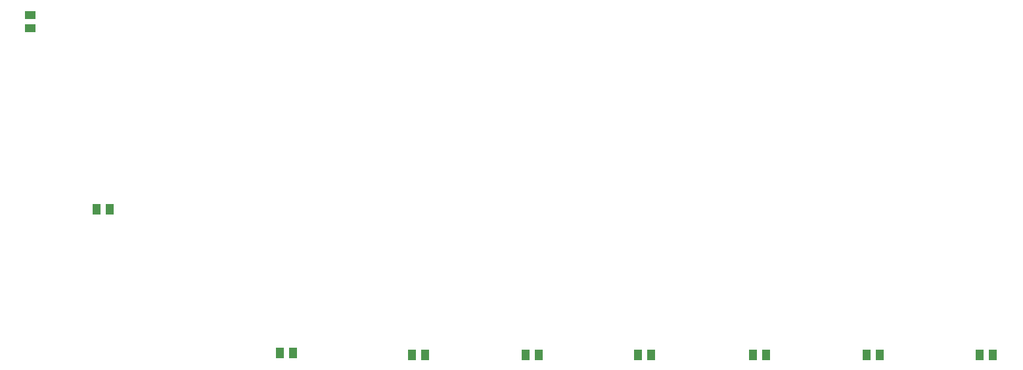
<source format=gbp>
G04 Layer_Color=128*
%FSLAX44Y44*%
%MOMM*%
G71*
G01*
G75*
G04:AMPARAMS|DCode=10|XSize=1.397mm|YSize=1.0922mm|CornerRadius=0.2021mm|HoleSize=0mm|Usage=FLASHONLY|Rotation=0.000|XOffset=0mm|YOffset=0mm|HoleType=Round|Shape=RoundedRectangle|*
%AMROUNDEDRECTD10*
21,1,1.3970,0.6881,0,0,0.0*
21,1,0.9929,1.0922,0,0,0.0*
1,1,0.4041,0.4964,-0.3440*
1,1,0.4041,-0.4964,-0.3440*
1,1,0.4041,-0.4964,0.3440*
1,1,0.4041,0.4964,0.3440*
%
%ADD10ROUNDEDRECTD10*%
G04:AMPARAMS|DCode=15|XSize=1.397mm|YSize=1.0922mm|CornerRadius=0.2021mm|HoleSize=0mm|Usage=FLASHONLY|Rotation=270.000|XOffset=0mm|YOffset=0mm|HoleType=Round|Shape=RoundedRectangle|*
%AMROUNDEDRECTD15*
21,1,1.3970,0.6881,0,0,270.0*
21,1,0.9929,1.0922,0,0,270.0*
1,1,0.4041,-0.3440,-0.4964*
1,1,0.4041,-0.3440,0.4964*
1,1,0.4041,0.3440,0.4964*
1,1,0.4041,0.3440,-0.4964*
%
%ADD15ROUNDEDRECTD15*%
D10*
X500380Y1210691D02*
D03*
Y1227709D02*
D03*
D15*
X839089Y791210D02*
D03*
X822071D02*
D03*
X602869Y976630D02*
D03*
X585851D02*
D03*
X1155319Y788670D02*
D03*
X1138301D02*
D03*
X1009269D02*
D03*
X992251D02*
D03*
X1740789D02*
D03*
X1723771D02*
D03*
X1594739D02*
D03*
X1577721D02*
D03*
X1448689D02*
D03*
X1431671D02*
D03*
X1300099D02*
D03*
X1283081D02*
D03*
M02*

</source>
